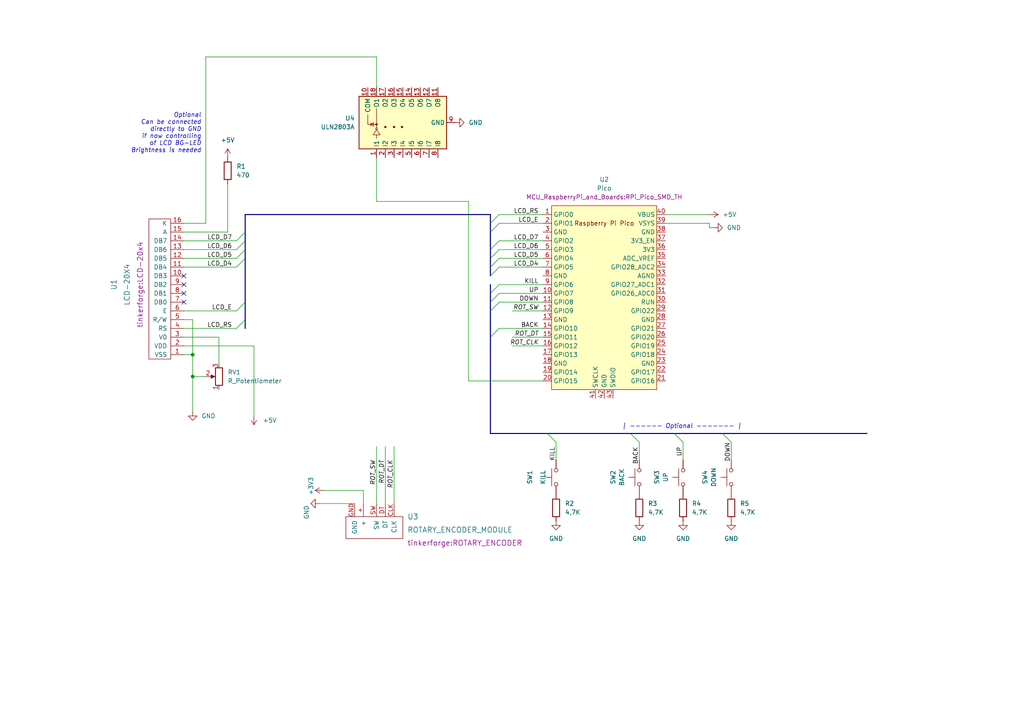
<source format=kicad_sch>
(kicad_sch (version 20211123) (generator eeschema)
  (paper "A4")
  (title_block (title "Rasp. Pico, Klipper HMI") (date "2022-03-03") (rev "1"))
  (lib_symbols
    (symbol "Device:R" (pin_numbers hide) (pin_names (offset 0))
      (property "Reference" "R" (at 2.032 0 90))
      (property "Value" "R" (at 0 0 90))
      (symbol "R_0_1"
        (rectangle (start -1.016 -2.54) (end 1.016 2.54) (stroke (width 0.254)))
      )
      (symbol "R_1_1"
        (pin passive line (at 0 3.81 270) (length 1.27) (name "~") (number "1"))
        (pin passive line (at 0 -3.81 90) (length 1.27) (name "~") (number "2"))
      )
    )
    (symbol "Device:R_Potentiometer" (pin_names (offset 1.016) hide)
      (property "Reference" "RV" (at -4.445 0 90))
      (property "Value" "R_Potentiometer" (at -2.54 0 90))
      (symbol "R_Potentiometer_0_1"
        (polyline (pts (xy 2.54 0) (xy 1.524 0)))
        (polyline (pts (xy 1.143 0) (xy 2.286 0.508) (xy 2.286 -0.508) (xy 1.143 0)) (fill (type outline)))
        (rectangle (start 1.016 2.54) (end -1.016 -2.54) (stroke (width 0.254)))
      )
      (symbol "R_Potentiometer_1_1"
        (pin passive line (at 0 3.81 270) (length 1.27) (name "1") (number "1"))
        (pin passive line (at 3.81 0 180) (length 1.27) (name "2") (number "2"))
        (pin passive line (at 0 -3.81 90) (length 1.27) (name "3") (number "3"))
      )
    )
    (symbol "MCU_RaspberryPi_and_Boards:Pico"
      (property "Reference" "U" (at -13.97 27.94 0))
      (property "Value" "Pico" (at 0 19.05 0))
      (property "Footprint" "MCU_RaspberryPi_and_Boards:RPi_Pico_SMD_TH" (at 0 0 90))
      (symbol "Pico_0_0"
        (text "Raspberry Pi Pico" (at 0 21.59 0) (effects (font (size 1.27 1.27))))
      )
      (symbol "Pico_0_1"
        (rectangle (start -15.24 26.67) (end 15.24 -26.67) (fill (type background)))
      )
      (symbol "Pico_1_1"
        (pin bidirectional line (at -17.78 24.13 0) (length 2.54) (name "GPIO0") (number "1"))
        (pin bidirectional line (at -17.78 1.27 0) (length 2.54) (name "GPIO7") (number "10"))
        (pin bidirectional line (at -17.78 -1.27 0) (length 2.54) (name "GPIO8") (number "11"))
        (pin bidirectional line (at -17.78 -3.81 0) (length 2.54) (name "GPIO9") (number "12"))
        (pin power_in line (at -17.78 -6.35 0) (length 2.54) (name "GND") (number "13"))
        (pin bidirectional line (at -17.78 -8.89 0) (length 2.54) (name "GPIO10") (number "14"))
        (pin bidirectional line (at -17.78 -11.43 0) (length 2.54) (name "GPIO11") (number "15"))
        (pin bidirectional line (at -17.78 -13.97 0) (length 2.54) (name "GPIO12") (number "16"))
        (pin bidirectional line (at -17.78 -16.51 0) (length 2.54) (name "GPIO13") (number "17"))
        (pin power_in line (at -17.78 -19.05 0) (length 2.54) (name "GND") (number "18"))
        (pin bidirectional line (at -17.78 -21.59 0) (length 2.54) (name "GPIO14") (number "19"))
        (pin bidirectional line (at -17.78 21.59 0) (length 2.54) (name "GPIO1") (number "2"))
        (pin bidirectional line (at -17.78 -24.13 0) (length 2.54) (name "GPIO15") (number "20"))
        (pin bidirectional line (at 17.78 -24.13 180) (length 2.54) (name "GPIO16") (number "21"))
        (pin bidirectional line (at 17.78 -21.59 180) (length 2.54) (name "GPIO17") (number "22"))
        (pin power_in line (at 17.78 -19.05 180) (length 2.54) (name "GND") (number "23"))
        (pin bidirectional line (at 17.78 -16.51 180) (length 2.54) (name "GPIO18") (number "24"))
        (pin bidirectional line (at 17.78 -13.97 180) (length 2.54) (name "GPIO19") (number "25"))
        (pin bidirectional line (at 17.78 -11.43 180) (length 2.54) (name "GPIO20") (number "26"))
        (pin bidirectional line (at 17.78 -8.89 180) (length 2.54) (name "GPIO21") (number "27"))
        (pin power_in line (at 17.78 -6.35 180) (length 2.54) (name "GND") (number "28"))
        (pin bidirectional line (at 17.78 -3.81 180) (length 2.54) (name "GPIO22") (number "29"))
        (pin power_in line (at -17.78 19.05 0) (length 2.54) (name "GND") (number "3"))
        (pin input line (at 17.78 -1.27 180) (length 2.54) (name "RUN") (number "30"))
        (pin bidirectional line (at 17.78 1.27 180) (length 2.54) (name "GPIO26_ADC0") (number "31"))
        (pin bidirectional line (at 17.78 3.81 180) (length 2.54) (name "GPIO27_ADC1") (number "32"))
        (pin power_in line (at 17.78 6.35 180) (length 2.54) (name "AGND") (number "33"))
        (pin bidirectional line (at 17.78 8.89 180) (length 2.54) (name "GPIO28_ADC2") (number "34"))
        (pin power_in line (at 17.78 11.43 180) (length 2.54) (name "ADC_VREF") (number "35"))
        (pin power_in line (at 17.78 13.97 180) (length 2.54) (name "3V3") (number "36"))
        (pin input line (at 17.78 16.51 180) (length 2.54) (name "3V3_EN") (number "37"))
        (pin bidirectional line (at 17.78 19.05 180) (length 2.54) (name "GND") (number "38"))
        (pin power_in line (at 17.78 21.59 180) (length 2.54) (name "VSYS") (number "39"))
        (pin bidirectional line (at -17.78 16.51 0) (length 2.54) (name "GPIO2") (number "4"))
        (pin power_in line (at 17.78 24.13 180) (length 2.54) (name "VBUS") (number "40"))
        (pin input line (at -2.54 -29.21 90) (length 2.54) (name "SWCLK") (number "41"))
        (pin power_in line (at 0 -29.21 90) (length 2.54) (name "GND") (number "42"))
        (pin bidirectional line (at 2.54 -29.21 90) (length 2.54) (name "SWDIO") (number "43"))
        (pin bidirectional line (at -17.78 13.97 0) (length 2.54) (name "GPIO3") (number "5"))
        (pin bidirectional line (at -17.78 11.43 0) (length 2.54) (name "GPIO4") (number "6"))
        (pin bidirectional line (at -17.78 8.89 0) (length 2.54) (name "GPIO5") (number "7"))
        (pin power_in line (at -17.78 6.35 0) (length 2.54) (name "GND") (number "8"))
        (pin bidirectional line (at -17.78 3.81 0) (length 2.54) (name "GPIO6") (number "9"))
      )
    )
    (symbol "Switch:SW_Push" (pin_numbers hide) (pin_names (offset 1.016) hide)
      (property "Reference" "SW" (at 1.27 2.54 0))
      (property "Value" "SW_Push" (at 0 -1.524 0))
      (symbol "SW_Push_0_1"
        (circle (center -2.032 0) (radius 0.508))
        (polyline (pts (xy 0 1.27) (xy 0 3.048)))
        (polyline (pts (xy 2.54 1.27) (xy -2.54 1.27)))
        (circle (center 2.032 0) (radius 0.508))
        (pin passive line (at -5.08 0 0) (length 2.54) (name "1") (number "1"))
        (pin passive line (at 5.08 0 180) (length 2.54) (name "2") (number "2"))
      )
    )
    (symbol "Transistor_Array:ULN2803A"
      (property "Reference" "U" (at 0 13.335 0))
      (property "Value" "ULN2803A" (at 0 11.43 0))
      (symbol "ULN2803A_0_1"
        (rectangle (start -7.62 -15.24) (end 7.62 10.16) (stroke (width 0.254)) (fill (type background)))
        (circle (center -1.778 5.08) (radius 0.254))
        (circle (center -1.27 -2.286) (radius 0.254) (fill (type outline)))
        (circle (center -1.27 0) (radius 0.254) (fill (type outline)))
        (circle (center -1.27 2.54) (radius 0.254) (fill (type outline)))
        (circle (center -0.508 5.08) (radius 0.254) (fill (type outline)))
        (polyline (pts (xy -4.572 5.08) (xy -3.556 5.08)))
        (polyline (pts (xy -1.524 5.08) (xy 4.064 5.08)))
        (polyline (pts (xy 0 6.731) (xy -1.016 6.731)))
        (polyline (pts (xy -0.508 5.08) (xy -0.508 7.62) (xy 2.286 7.62)))
        (polyline (pts (xy -3.556 6.096) (xy -3.556 4.064) (xy -2.032 5.08) (xy -3.556 6.096)))
        (polyline (pts (xy 0 5.969) (xy -1.016 5.969) (xy -0.508 6.731) (xy 0 5.969)))
      )
      (symbol "ULN2803A_1_1"
        (pin input line (at -10.16 5.08 0) (length 2.54) (name "I1") (number "1"))
        (pin passive line (at 10.16 7.62 180) (length 2.54) (name "COM") (number "10"))
        (pin open_collector line (at 10.16 -12.7 180) (length 2.54) (name "O8") (number "11"))
        (pin open_collector line (at 10.16 -10.16 180) (length 2.54) (name "O7") (number "12"))
        (pin open_collector line (at 10.16 -7.62 180) (length 2.54) (name "O6") (number "13"))
        (pin open_collector line (at 10.16 -5.08 180) (length 2.54) (name "O5") (number "14"))
        (pin open_collector line (at 10.16 -2.54 180) (length 2.54) (name "O4") (number "15"))
        (pin open_collector line (at 10.16 0 180) (length 2.54) (name "O3") (number "16"))
        (pin open_collector line (at 10.16 2.54 180) (length 2.54) (name "O2") (number "17"))
        (pin open_collector line (at 10.16 5.08 180) (length 2.54) (name "O1") (number "18"))
        (pin input line (at -10.16 2.54 0) (length 2.54) (name "I2") (number "2"))
        (pin input line (at -10.16 0 0) (length 2.54) (name "I3") (number "3"))
        (pin input line (at -10.16 -2.54 0) (length 2.54) (name "I4") (number "4"))
        (pin input line (at -10.16 -5.08 0) (length 2.54) (name "I5") (number "5"))
        (pin input line (at -10.16 -7.62 0) (length 2.54) (name "I6") (number "6"))
        (pin input line (at -10.16 -10.16 0) (length 2.54) (name "I7") (number "7"))
        (pin input line (at -10.16 -12.7 0) (length 2.54) (name "I8") (number "8"))
        (pin power_in line (at 0 -17.78 90) (length 2.54) (name "GND") (number "9"))
      )
    )
    (symbol "power:+3V3" (power) (pin_names (offset 0))
      (property "Value" "+3V3" (at 0 3.556 0))
      (symbol "+3V3_0_1"
        (polyline (pts (xy -0.762 1.27) (xy 0 2.54)))
        (polyline (pts (xy 0 0) (xy 0 2.54)))
        (polyline (pts (xy 0 2.54) (xy 0.762 1.27)))
      )
      (symbol "+3V3_1_1"
        (pin power_in line (at 0 0 90) (length 0) hide (name "+3V3") (number "1"))
      )
    )
    (symbol "power:+5V" (power) (pin_names (offset 0))
      (property "Value" "+5V" (at 0 3.556 0))
      (symbol "+5V_0_1"
        (polyline (pts (xy -0.762 1.27) (xy 0 2.54)))
        (polyline (pts (xy 0 0) (xy 0 2.54)))
        (polyline (pts (xy 0 2.54) (xy 0.762 1.27)))
      )
      (symbol "+5V_1_1"
        (pin power_in line (at 0 0 90) (length 0) hide (name "+5V") (number "1"))
      )
    )
    (symbol "power:GND" (power) (pin_names (offset 0))
      (property "Value" "GND" (at 0 -3.81 0))
      (symbol "GND_0_1"
        (polyline (pts (xy 0 0) (xy 0 -1.27) (xy 1.27 -1.27) (xy 0 -2.54) (xy -1.27 -1.27) (xy 0 -1.27)))
      )
      (symbol "GND_1_1"
        (pin power_in line (at 0 0 270) (length 0) hide (name "GND") (number "1"))
      )
    )
    (symbol "tinkerforge:+5V" (power) (pin_names (offset 0))
      (property "Value" "+5V" (at 0 3.556 0))
      (symbol "+5V_0_1"
        (polyline (pts (xy -0.762 1.27) (xy 0 2.54)))
        (polyline (pts (xy 0 0) (xy 0 2.54)))
        (polyline (pts (xy 0 2.54) (xy 0.762 1.27)))
      )
      (symbol "+5V_1_1"
        (pin power_in line (at 0 0 90) (length 0) hide (name "+5V") (number "1"))
      )
    )
    (symbol "tinkerforge:LCD-20X4" (pin_names (offset 1.016))
      (property "Reference" "U" (at 0 22.86 0))
      (property "Value" "LCD-20X4" (at 1.27 -21.59 0))
      (property "Footprint" "tinkerforge:LCD-20x4" (at 0 0 0))
      (symbol "LCD-20X4_0_1"
        (rectangle (start 0 20.32) (end 6.35 -20.32))
      )
      (symbol "LCD-20X4_1_1"
        (pin passive line (at -3.81 19.05 0) (length 3.81) (name "VSS") (number "1"))
        (pin passive line (at -3.81 -3.81 0) (length 3.81) (name "DB3") (number "10"))
        (pin passive line (at -3.81 -6.35 0) (length 3.81) (name "DB4") (number "11"))
        (pin passive line (at -3.81 -8.89 0) (length 3.81) (name "DB5") (number "12"))
        (pin passive line (at -3.81 -11.43 0) (length 3.81) (name "DB6") (number "13"))
        (pin passive line (at -3.81 -13.97 0) (length 3.81) (name "DB7") (number "14"))
        (pin passive line (at -3.81 -16.51 0) (length 3.81) (name "A") (number "15"))
        (pin passive line (at -3.81 -19.05 0) (length 3.81) (name "K") (number "16"))
        (pin passive line (at -3.81 16.51 0) (length 3.81) (name "VDD") (number "2"))
        (pin passive line (at -3.81 13.97 0) (length 3.81) (name "V0") (number "3"))
        (pin passive line (at -3.81 11.43 0) (length 3.81) (name "RS") (number "4"))
        (pin passive line (at -3.81 8.89 0) (length 3.81) (name "R/W") (number "5"))
        (pin passive line (at -3.81 6.35 0) (length 3.81) (name "E") (number "6"))
        (pin passive line (at -3.81 3.81 0) (length 3.81) (name "DB0") (number "7"))
        (pin passive line (at -3.81 1.27 0) (length 3.81) (name "DB1") (number "8"))
        (pin passive line (at -3.81 -1.27 0) (length 3.81) (name "DB2") (number "9"))
      )
    )
    (symbol "tinkerforge:ROTARY_ENCODER_MODULE" (pin_names (offset 1.016))
      (property "Reference" "U" (at -1.27 10.16 0))
      (property "Value" "ROTARY_ENCODER_MODULE" (at 1.27 -8.89 0))
      (property "Footprint" "tinkerforge:ROTARY_ENCODER" (at 0 0 0))
      (symbol "ROTARY_ENCODER_MODULE_0_1"
        (rectangle (start -2.54 8.89) (end 3.81 -7.62))
      )
      (symbol "ROTARY_ENCODER_MODULE_1_1"
        (pin input line (at -6.35 -2.54 0) (length 3.81) (name "+") (number "+"))
        (pin input line (at -6.35 6.35 0) (length 3.81) (name "CLK") (number "CLK"))
        (pin input line (at -6.35 3.81 0) (length 3.81) (name "DT") (number "DT"))
        (pin input line (at -6.35 -5.08 0) (length 3.81) (name "GND") (number "GND"))
        (pin input line (at -6.35 1.27 0) (length 3.81) (name "SW") (number "SW"))
      )
    )
  )
  (junction (at 55.88 109.22))
  (junction (at 55.88 102.87))
  (no_connect (at 53.34 80.01))
  (no_connect (at 53.34 82.55))
  (no_connect (at 53.34 85.09))
  (no_connect (at 53.34 87.63))
  (bus_entry (at 71.12 92.71) (size -2.54 2.54))
  (bus_entry (at 71.12 67.31) (size -2.54 2.54))
  (bus_entry (at 71.12 72.39) (size -2.54 2.54))
  (bus_entry (at 71.12 74.93) (size -2.54 2.54))
  (bus_entry (at 71.12 87.63) (size -2.54 2.54))
  (bus_entry (at 71.12 69.85) (size -2.54 2.54))
  (bus_entry (at 195.58 125.73) (size 2.54 2.54))
  (bus_entry (at 209.55 125.73) (size 2.54 2.54))
  (bus_entry (at 182.88 125.73) (size 2.54 2.54))
  (bus_entry (at 158.75 125.73) (size 2.54 2.54))
  (bus_entry (at 142.24 90.17) (size 2.54 -2.54))
  (bus_entry (at 142.24 85.09) (size 2.54 -2.54))
  (bus_entry (at 142.24 87.63) (size 2.54 -2.54))
  (bus_entry (at 142.24 77.47) (size 2.54 -2.54))
  (bus_entry (at 142.24 80.01) (size 2.54 -2.54))
  (bus_entry (at 142.24 74.93) (size 2.54 -2.54))
  (bus_entry (at 142.24 72.39) (size 2.54 -2.54))
  (bus_entry (at 142.24 64.77) (size 2.54 -2.54))
  (bus_entry (at 142.24 67.31) (size 2.54 -2.54))
  (bus_entry (at 142.24 97.79) (size 2.54 -2.54))
  (wire (pts (xy 53.34 90.17) (xy 68.58 90.17)))
  (bus (pts (xy 142.24 87.63) (xy 142.24 90.17)))
  (bus (pts (xy 182.88 125.73) (xy 158.75 125.73)))
  (bus (pts (xy 142.24 64.77) (xy 142.24 67.31)))
  (wire (pts (xy 53.34 64.77) (xy 59.69 64.77)))
  (wire (pts (xy 144.78 95.25) (xy 157.48 95.25)))
  (bus (pts (xy 71.12 95.25) (xy 71.12 92.71)))
  (wire (pts (xy 148.59 97.79) (xy 157.48 97.79)))
  (wire (pts (xy 53.34 77.47) (xy 68.58 77.47)))
  (bus (pts (xy 142.24 67.31) (xy 142.24 72.39)))
  (wire (pts (xy 144.78 85.09) (xy 157.48 85.09)))
  (wire (pts (xy 92.71 146.05) (xy 102.87 146.05)))
  (wire (pts (xy 114.3 129.54) (xy 114.3 146.05)))
  (wire (pts (xy 185.42 128.27) (xy 185.42 133.35)))
  (wire (pts (xy 109.22 129.54) (xy 109.22 146.05)))
  (wire (pts (xy 161.29 128.27) (xy 161.29 133.35)))
  (wire (pts (xy 144.78 82.55) (xy 157.48 82.55)))
  (bus (pts (xy 71.12 87.63) (xy 71.12 74.93)))
  (wire (pts (xy 148.59 100.33) (xy 157.48 100.33)))
  (bus (pts (xy 142.24 85.09) (xy 142.24 87.63)))
  (bus (pts (xy 142.24 97.79) (xy 142.24 125.73)))
  (wire (pts (xy 73.66 100.33) (xy 73.66 120.65)))
  (bus (pts (xy 182.88 125.73) (xy 195.58 125.73)))
  (wire (pts (xy 105.41 146.05) (xy 105.41 142.24)))
  (bus (pts (xy 142.24 77.47) (xy 142.24 80.01)))
  (wire (pts (xy 53.34 74.93) (xy 68.58 74.93)))
  (wire (pts (xy 66.04 53.34) (xy 66.04 67.31)))
  (bus (pts (xy 142.24 62.23) (xy 142.24 64.77)))
  (wire (pts (xy 144.78 74.93) (xy 157.48 74.93)))
  (wire (pts (xy 198.12 128.27) (xy 198.12 133.35)))
  (wire (pts (xy 59.69 16.51) (xy 59.69 64.77)))
  (wire (pts (xy 205.74 66.04) (xy 205.74 64.77)))
  (wire (pts (xy 53.34 102.87) (xy 55.88 102.87)))
  (wire (pts (xy 207.01 66.04) (xy 205.74 66.04)))
  (wire (pts (xy 109.22 25.4) (xy 109.22 16.51)))
  (wire (pts (xy 144.78 69.85) (xy 157.48 69.85)))
  (wire (pts (xy 55.88 109.22) (xy 55.88 119.38)))
  (bus (pts (xy 142.24 125.73) (xy 158.75 125.73)))
  (bus (pts (xy 142.24 72.39) (xy 142.24 74.93)))
  (wire (pts (xy 144.78 87.63) (xy 157.48 87.63)))
  (wire (pts (xy 144.78 77.47) (xy 157.48 77.47)))
  (bus (pts (xy 209.55 125.73) (xy 251.46 125.73)))
  (bus (pts (xy 71.12 72.39) (xy 71.12 69.85)))
  (wire (pts (xy 148.59 90.17) (xy 157.48 90.17)))
  (bus (pts (xy 195.58 125.73) (xy 209.55 125.73)))
  (wire (pts (xy 205.74 64.77) (xy 193.04 64.77)))
  (wire (pts (xy 53.34 69.85) (xy 68.58 69.85)))
  (wire (pts (xy 144.78 62.23) (xy 157.48 62.23)))
  (wire (pts (xy 111.76 146.05) (xy 111.76 129.54)))
  (bus (pts (xy 142.24 90.17) (xy 142.24 97.79)))
  (wire (pts (xy 68.58 95.25) (xy 53.34 95.25)))
  (wire (pts (xy 93.98 142.24) (xy 105.41 142.24)))
  (bus (pts (xy 71.12 62.23) (xy 142.24 62.23)))
  (bus (pts (xy 71.12 74.93) (xy 71.12 72.39)))
  (wire (pts (xy 212.09 128.27) (xy 212.09 133.35)))
  (bus (pts (xy 71.12 69.85) (xy 71.12 67.31)))
  (wire (pts (xy 53.34 72.39) (xy 68.58 72.39)))
  (wire (pts (xy 55.88 109.22) (xy 59.69 109.22)))
  (wire (pts (xy 63.5 97.79) (xy 63.5 105.41)))
  (bus (pts (xy 142.24 82.55) (xy 142.24 85.09)))
  (wire (pts (xy 135.89 58.42) (xy 109.22 58.42)))
  (bus (pts (xy 71.12 92.71) (xy 71.12 87.63)))
  (wire (pts (xy 135.89 110.49) (xy 135.89 58.42)))
  (wire (pts (xy 144.78 72.39) (xy 157.48 72.39)))
  (wire (pts (xy 55.88 92.71) (xy 55.88 102.87)))
  (wire (pts (xy 53.34 100.33) (xy 73.66 100.33)))
  (wire (pts (xy 193.04 62.23) (xy 205.74 62.23)))
  (wire (pts (xy 109.22 16.51) (xy 59.69 16.51)))
  (wire (pts (xy 53.34 92.71) (xy 55.88 92.71)))
  (wire (pts (xy 53.34 67.31) (xy 66.04 67.31)))
  (wire (pts (xy 55.88 102.87) (xy 55.88 109.22)))
  (wire (pts (xy 109.22 58.42) (xy 109.22 45.72)))
  (wire (pts (xy 157.48 110.49) (xy 135.89 110.49)))
  (wire (pts (xy 53.34 97.79) (xy 63.5 97.79)))
  (wire (pts (xy 144.78 64.77) (xy 157.48 64.77)))
  (bus (pts (xy 71.12 67.31) (xy 71.12 62.23)))
  (bus (pts (xy 142.24 74.93) (xy 142.24 77.47)))
  (text "Optional\nCan be connected\ndirectly to GND\nif now controlling\nof LCD BG-LED\nBrightness is needed" (at 58.42 44.45 0) (effects (font (size 1.27 1.27) italic) (justify right bottom)))
  (text "| ------ Optional ------- |" (at 180.34 124.46 0) (effects (font (size 1.27 1.27) italic) (justify left bottom)))
  (label "LCD_D5" (at 67.31 74.93 180))
  (label "UP" (at 198.12 129.54 270))
  (label "DOWN" (at 212.09 128.27 270))
  (label "ROT_SW" (at 156.21 90.17 180) (effects (font italic)))
  (label "UP" (at 156.21 85.09 180))
  (label "LCD_D7" (at 67.31 69.85 180))
  (label "ROT_SW" (at 109.22 133.35 270) (effects (font italic)))
  (label "ROT_CLK" (at 114.3 133.35 270) (effects (font italic)))
  (label "LCD_RS" (at 67.31 95.25 180))
  (label "BACK" (at 185.42 129.54 270))
  (label "LCD_E" (at 67.31 90.17 180))
  (label "LCD_D7" (at 156.21 69.85 180))
  (label "BACK" (at 156.21 95.25 180))
  (label "LCD_D5" (at 156.21 74.93 180))
  (label "ROT_CLK" (at 156.21 100.33 180) (effects (font italic)))
  (label "DOWN" (at 156.21 87.63 180))
  (label "LCD_D4" (at 156.21 77.47 180))
  (label "KILL" (at 161.29 129.54 270))
  (label "LCD_D6" (at 156.21 72.39 180))
  (label "LCD_D4" (at 67.31 77.47 180))
  (label "LCD_D6" (at 67.31 72.39 180))
  (label "KILL" (at 156.21 82.55 180))
  (label "LCD_RS" (at 156.21 62.23 180))
  (label "LCD_E" (at 156.21 64.77 180))
  (label "ROT_DT" (at 111.76 133.35 270) (effects (font italic)))
  (label "ROT_DT" (at 156.21 97.79 180) (effects (font italic)))
  (symbol (lib_id "Switch:SW_Push") (at 198.12 138.43 90) (unit 1)
    (property "Reference" "SW3" (at 190.5 138.43 0))
    (property "Value" "UP" (at 193.04 138.43 0))
  )
  (symbol (lib_id "Switch:SW_Push") (at 185.42 138.43 90) (unit 1)
    (property "Reference" "SW2" (at 177.8 138.43 0))
    (property "Value" "BACK" (at 180.34 138.43 0))
  )
  (symbol (lib_id "tinkerforge:+5V") (at 205.74 62.23 270) (unit 1)
    (property "Reference" "#PWR0107" (effects hide))
    (property "Value" "+5V" (at 209.55 62.2299 90) (effects (justify left)))
  )
  (symbol (lib_id "tinkerforge:LCD-20X4") (at 49.53 83.82 180) (unit 1)
    (property "Reference" "U1" (at 33.02 82.55 90) (effects (font (size 1.524 1.524))))
    (property "Value" "LCD-20X4" (at 36.83 82.55 90) (effects (font (size 1.524 1.524))))
    (property "Footprint" "tinkerforge:LCD-20x4" (at 40.64 82.55 90) (effects (font (size 1.524 1.524))))
  )
  (symbol (lib_id "power:+5V") (at 73.66 120.65 180) (unit 1)
    (property "Reference" "#PWR0102" (effects hide))
    (property "Value" "+5V" (at 76.2 121.92 0) (effects (justify right)))
  )
  (symbol (lib_id "Device:R") (at 185.42 147.32 0) (unit 1)
    (property "Reference" "R3" (at 187.96 146.0499 0) (effects (justify left)))
    (property "Value" "4,7K" (at 187.96 148.5899 0) (effects (justify left)))
  )
  (symbol (lib_id "Device:R") (at 212.09 147.32 0) (unit 1)
    (property "Reference" "R5" (at 214.63 146.0499 0) (effects (justify left)))
    (property "Value" "4,7K" (at 214.63 148.5899 0) (effects (justify left)))
  )
  (symbol (lib_id "power:GND") (at 55.88 119.38 0) (unit 1)
    (property "Reference" "#PWR0101" (effects hide))
    (property "Value" "GND" (at 58.42 120.6499 0) (effects (justify left)))
  )
  (symbol (lib_id "Transistor_Array:ULN2803A") (at 114.3 35.56 90) (unit 1)
    (property "Reference" "U4" (at 102.87 34.2899 90) (effects (justify left)))
    (property "Value" "ULN2803A" (at 102.87 36.8299 90) (effects (justify left)))
    (property "Datasheet" "http://www.ti.com/lit/ds/symlink/uln2803a.pdf" (effects hide))
  )
  (symbol (lib_id "power:GND") (at 212.09 151.13 0) (unit 1)
    (property "Reference" "#PWR0109" (effects hide))
    (property "Value" "GND" (at 212.09 156.21 0))
  )
  (symbol (lib_id "MCU_RaspberryPi_and_Boards:Pico") (at 175.26 86.36 0) (unit 1)
    (property "Reference" "U2" (at 175.26 52.07 0))
    (property "Value" "Pico" (at 175.26 54.61 0))
    (property "Footprint" "MCU_RaspberryPi_and_Boards:RPi_Pico_SMD_TH" (at 175.26 57.15 0))
  )
  (symbol (lib_id "power:GND") (at 132.08 35.56 90) (unit 1)
    (property "Reference" "#PWR0106" (effects hide))
    (property "Value" "GND" (at 135.89 35.5599 90) (effects (justify right)))
  )
  (symbol (lib_id "Switch:SW_Push") (at 212.09 138.43 90) (unit 1)
    (property "Reference" "SW4" (at 204.47 138.43 0))
    (property "Value" "DOWN" (at 207.01 138.43 0))
  )
  (symbol (lib_id "Device:R_Potentiometer") (at 63.5 109.22 180) (unit 1)
    (property "Reference" "RV1" (at 66.04 107.9499 0) (effects (justify right)))
    (property "Value" "R_Potentiometer" (at 66.04 110.4899 0) (effects (justify right)))
  )
  (symbol (lib_id "power:GND") (at 161.29 151.13 0) (unit 1)
    (property "Reference" "#PWR0110" (effects hide))
    (property "Value" "GND" (at 161.29 156.21 0))
  )
  (symbol (lib_id "power:GND") (at 198.12 151.13 0) (unit 1)
    (property "Reference" "#PWR0111" (effects hide))
    (property "Value" "GND" (at 198.12 156.21 0))
  )
  (symbol (lib_id "power:GND") (at 207.01 66.04 90) (unit 1)
    (property "Reference" "#PWR0108" (effects hide))
    (property "Value" "GND" (at 210.82 66.0399 90) (effects (justify right)))
  )
  (symbol (lib_id "power:GND") (at 92.71 146.05 270) (unit 1)
    (property "Reference" "#PWR0103" (effects hide))
    (property "Value" "GND" (at 88.9 148.59 0))
  )
  (symbol (lib_id "power:+5V") (at 66.04 45.72 0) (unit 1)
    (property "Reference" "#PWR0104" (effects hide))
    (property "Value" "+5V" (at 66.04 40.64 0))
  )
  (symbol (lib_id "Device:R") (at 161.29 147.32 0) (unit 1)
    (property "Reference" "R2" (at 163.83 146.0499 0) (effects (justify left)))
    (property "Value" "4,7K" (at 163.83 148.5899 0) (effects (justify left)))
  )
  (symbol (lib_id "Switch:SW_Push") (at 161.29 138.43 90) (unit 1)
    (property "Reference" "SW1" (at 153.67 138.43 0))
    (property "Value" "KILL" (at 157.48 138.43 0))
  )
  (symbol (lib_id "power:+3V3") (at 93.98 142.24 90) (unit 1)
    (property "Reference" "#PWR0105" (effects hide))
    (property "Value" "+3V3" (at 90.17 140.97 0))
  )
  (symbol (lib_id "tinkerforge:ROTARY_ENCODER_MODULE") (at 107.95 152.4 270) (unit 1)
    (property "Reference" "U3" (at 118.11 149.86 90) (effects (font (size 1.524 1.524)) (justify left)))
    (property "Value" "ROTARY_ENCODER_MODULE" (at 118.11 153.67 90) (effects (font (size 1.524 1.524)) (justify left)))
    (property "Footprint" "tinkerforge:ROTARY_ENCODER" (at 118.11 157.48 90) (effects (font (size 1.524 1.524)) (justify left)))
  )
  (symbol (lib_id "Device:R") (at 66.04 49.53 180) (unit 1)
    (property "Reference" "R1" (at 68.58 48.2599 0) (effects (justify right)))
    (property "Value" "470" (at 68.58 50.7999 0) (effects (justify right)))
  )
  (symbol (lib_id "power:GND") (at 185.42 151.13 0) (unit 1)
    (property "Reference" "#PWR0112" (effects hide))
    (property "Value" "GND" (at 185.42 156.21 0))
  )
  (symbol (lib_id "Device:R") (at 198.12 147.32 0) (unit 1)
    (property "Reference" "R4" (at 200.66 146.0499 0) (effects (justify left)))
    (property "Value" "4,7K" (at 200.66 148.5899 0) (effects (justify left)))
  )
)
</source>
